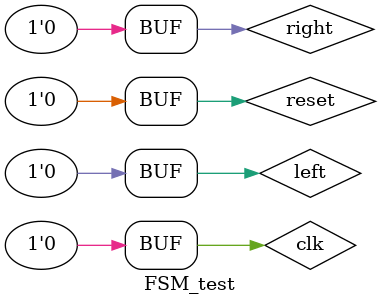
<source format=v>
`timescale 1ns / 1ps


module FSM_test;


   // the reset signal we will pass to the fsm
   reg reset = 1'b0;
   // the left button we will pass to the fsm
   reg left = 1'b0;
   // the right signal we will pass to the fsm
   reg right = 1'b0;
   // the "virtual" leds that we pass to the fsm
   wire [5:0]leds;
   
   // Test clock 
   reg			clk ; // in this version we do not really need the clock


   // The test clock generation
   always				// process always triggers
	begin
		clk=1; #1;		// clk is 1 for 1 ns 
		clk=0; #1;		// clk is 0 for 1 ns
	end					// generate a 2 ns clock


      
   // Initialization
	initial
	begin
        // we apply the reset signal and wait 10 ms.
        reset = 1'b1; #10;
        // lift reset signal -> device should have reset
        reset = 1'b0; 
        // wait for 30ns
        #30;
        // press left button for 1 ns
        left = 1'b1; #1;
        // lift left button
        left = 1'b0; 
        // wait for sequence to complete
        #400;
        // press right button for 1 ns.
        right = 1'b1; #1;
        right = 1'b0;

	end
   

   // this is the device under test.   
   TopModule deviceUnderTest(.reset(reset), .clk(clk),  .left(left), .right(right), .leds(leds));
   
endmodule
</source>
